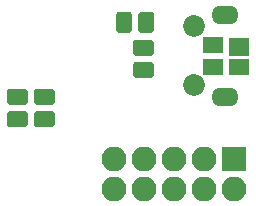
<source format=gbr>
%TF.GenerationSoftware,KiCad,Pcbnew,(5.0.0)*%
%TF.CreationDate,2019-02-19T13:30:11-06:00*%
%TF.ProjectId,USBBreakout,555342427265616B6F75742E6B696361,rev?*%
%TF.SameCoordinates,Original*%
%TF.FileFunction,Soldermask,Bot*%
%TF.FilePolarity,Negative*%
%FSLAX46Y46*%
G04 Gerber Fmt 4.6, Leading zero omitted, Abs format (unit mm)*
G04 Created by KiCad (PCBNEW (5.0.0)) date 02/19/19 13:30:11*
%MOMM*%
%LPD*%
G01*
G04 APERTURE LIST*
%ADD10R,2.100000X2.100000*%
%ADD11O,2.100000X2.100000*%
%ADD12C,0.100000*%
%ADD13C,1.375000*%
%ADD14R,1.800000X1.600000*%
%ADD15R,1.800000X1.400000*%
%ADD16C,1.850000*%
%ADD17O,2.300000X1.600000*%
G04 APERTURE END LIST*
D10*
X160528000Y-95821500D03*
D11*
X160528000Y-98361500D03*
X157988000Y-95821500D03*
X157988000Y-98361500D03*
X155448000Y-95821500D03*
X155448000Y-98361500D03*
X152908000Y-95821500D03*
X152908000Y-98361500D03*
X150368000Y-95821500D03*
X150368000Y-98361500D03*
D12*
G36*
X153434443Y-85737655D02*
X153467812Y-85742605D01*
X153500535Y-85750802D01*
X153532297Y-85762166D01*
X153562793Y-85776590D01*
X153591727Y-85793932D01*
X153618823Y-85814028D01*
X153643818Y-85836682D01*
X153666472Y-85861677D01*
X153686568Y-85888773D01*
X153703910Y-85917707D01*
X153718334Y-85948203D01*
X153729698Y-85979965D01*
X153737895Y-86012688D01*
X153742845Y-86046057D01*
X153744500Y-86079750D01*
X153744500Y-86767250D01*
X153742845Y-86800943D01*
X153737895Y-86834312D01*
X153729698Y-86867035D01*
X153718334Y-86898797D01*
X153703910Y-86929293D01*
X153686568Y-86958227D01*
X153666472Y-86985323D01*
X153643818Y-87010318D01*
X153618823Y-87032972D01*
X153591727Y-87053068D01*
X153562793Y-87070410D01*
X153532297Y-87084834D01*
X153500535Y-87096198D01*
X153467812Y-87104395D01*
X153434443Y-87109345D01*
X153400750Y-87111000D01*
X152288250Y-87111000D01*
X152254557Y-87109345D01*
X152221188Y-87104395D01*
X152188465Y-87096198D01*
X152156703Y-87084834D01*
X152126207Y-87070410D01*
X152097273Y-87053068D01*
X152070177Y-87032972D01*
X152045182Y-87010318D01*
X152022528Y-86985323D01*
X152002432Y-86958227D01*
X151985090Y-86929293D01*
X151970666Y-86898797D01*
X151959302Y-86867035D01*
X151951105Y-86834312D01*
X151946155Y-86800943D01*
X151944500Y-86767250D01*
X151944500Y-86079750D01*
X151946155Y-86046057D01*
X151951105Y-86012688D01*
X151959302Y-85979965D01*
X151970666Y-85948203D01*
X151985090Y-85917707D01*
X152002432Y-85888773D01*
X152022528Y-85861677D01*
X152045182Y-85836682D01*
X152070177Y-85814028D01*
X152097273Y-85793932D01*
X152126207Y-85776590D01*
X152156703Y-85762166D01*
X152188465Y-85750802D01*
X152221188Y-85742605D01*
X152254557Y-85737655D01*
X152288250Y-85736000D01*
X153400750Y-85736000D01*
X153434443Y-85737655D01*
X153434443Y-85737655D01*
G37*
D13*
X152844500Y-86423500D03*
D12*
G36*
X153434443Y-87612655D02*
X153467812Y-87617605D01*
X153500535Y-87625802D01*
X153532297Y-87637166D01*
X153562793Y-87651590D01*
X153591727Y-87668932D01*
X153618823Y-87689028D01*
X153643818Y-87711682D01*
X153666472Y-87736677D01*
X153686568Y-87763773D01*
X153703910Y-87792707D01*
X153718334Y-87823203D01*
X153729698Y-87854965D01*
X153737895Y-87887688D01*
X153742845Y-87921057D01*
X153744500Y-87954750D01*
X153744500Y-88642250D01*
X153742845Y-88675943D01*
X153737895Y-88709312D01*
X153729698Y-88742035D01*
X153718334Y-88773797D01*
X153703910Y-88804293D01*
X153686568Y-88833227D01*
X153666472Y-88860323D01*
X153643818Y-88885318D01*
X153618823Y-88907972D01*
X153591727Y-88928068D01*
X153562793Y-88945410D01*
X153532297Y-88959834D01*
X153500535Y-88971198D01*
X153467812Y-88979395D01*
X153434443Y-88984345D01*
X153400750Y-88986000D01*
X152288250Y-88986000D01*
X152254557Y-88984345D01*
X152221188Y-88979395D01*
X152188465Y-88971198D01*
X152156703Y-88959834D01*
X152126207Y-88945410D01*
X152097273Y-88928068D01*
X152070177Y-88907972D01*
X152045182Y-88885318D01*
X152022528Y-88860323D01*
X152002432Y-88833227D01*
X151985090Y-88804293D01*
X151970666Y-88773797D01*
X151959302Y-88742035D01*
X151951105Y-88709312D01*
X151946155Y-88675943D01*
X151944500Y-88642250D01*
X151944500Y-87954750D01*
X151946155Y-87921057D01*
X151951105Y-87887688D01*
X151959302Y-87854965D01*
X151970666Y-87823203D01*
X151985090Y-87792707D01*
X152002432Y-87763773D01*
X152022528Y-87736677D01*
X152045182Y-87711682D01*
X152070177Y-87689028D01*
X152097273Y-87668932D01*
X152126207Y-87651590D01*
X152156703Y-87637166D01*
X152188465Y-87625802D01*
X152221188Y-87617605D01*
X152254557Y-87612655D01*
X152288250Y-87611000D01*
X153400750Y-87611000D01*
X153434443Y-87612655D01*
X153434443Y-87612655D01*
G37*
D13*
X152844500Y-88298500D03*
D12*
G36*
X151585943Y-83366155D02*
X151619312Y-83371105D01*
X151652035Y-83379302D01*
X151683797Y-83390666D01*
X151714293Y-83405090D01*
X151743227Y-83422432D01*
X151770323Y-83442528D01*
X151795318Y-83465182D01*
X151817972Y-83490177D01*
X151838068Y-83517273D01*
X151855410Y-83546207D01*
X151869834Y-83576703D01*
X151881198Y-83608465D01*
X151889395Y-83641188D01*
X151894345Y-83674557D01*
X151896000Y-83708250D01*
X151896000Y-84820750D01*
X151894345Y-84854443D01*
X151889395Y-84887812D01*
X151881198Y-84920535D01*
X151869834Y-84952297D01*
X151855410Y-84982793D01*
X151838068Y-85011727D01*
X151817972Y-85038823D01*
X151795318Y-85063818D01*
X151770323Y-85086472D01*
X151743227Y-85106568D01*
X151714293Y-85123910D01*
X151683797Y-85138334D01*
X151652035Y-85149698D01*
X151619312Y-85157895D01*
X151585943Y-85162845D01*
X151552250Y-85164500D01*
X150864750Y-85164500D01*
X150831057Y-85162845D01*
X150797688Y-85157895D01*
X150764965Y-85149698D01*
X150733203Y-85138334D01*
X150702707Y-85123910D01*
X150673773Y-85106568D01*
X150646677Y-85086472D01*
X150621682Y-85063818D01*
X150599028Y-85038823D01*
X150578932Y-85011727D01*
X150561590Y-84982793D01*
X150547166Y-84952297D01*
X150535802Y-84920535D01*
X150527605Y-84887812D01*
X150522655Y-84854443D01*
X150521000Y-84820750D01*
X150521000Y-83708250D01*
X150522655Y-83674557D01*
X150527605Y-83641188D01*
X150535802Y-83608465D01*
X150547166Y-83576703D01*
X150561590Y-83546207D01*
X150578932Y-83517273D01*
X150599028Y-83490177D01*
X150621682Y-83465182D01*
X150646677Y-83442528D01*
X150673773Y-83422432D01*
X150702707Y-83405090D01*
X150733203Y-83390666D01*
X150764965Y-83379302D01*
X150797688Y-83371105D01*
X150831057Y-83366155D01*
X150864750Y-83364500D01*
X151552250Y-83364500D01*
X151585943Y-83366155D01*
X151585943Y-83366155D01*
G37*
D13*
X151208500Y-84264500D03*
D12*
G36*
X153460943Y-83366155D02*
X153494312Y-83371105D01*
X153527035Y-83379302D01*
X153558797Y-83390666D01*
X153589293Y-83405090D01*
X153618227Y-83422432D01*
X153645323Y-83442528D01*
X153670318Y-83465182D01*
X153692972Y-83490177D01*
X153713068Y-83517273D01*
X153730410Y-83546207D01*
X153744834Y-83576703D01*
X153756198Y-83608465D01*
X153764395Y-83641188D01*
X153769345Y-83674557D01*
X153771000Y-83708250D01*
X153771000Y-84820750D01*
X153769345Y-84854443D01*
X153764395Y-84887812D01*
X153756198Y-84920535D01*
X153744834Y-84952297D01*
X153730410Y-84982793D01*
X153713068Y-85011727D01*
X153692972Y-85038823D01*
X153670318Y-85063818D01*
X153645323Y-85086472D01*
X153618227Y-85106568D01*
X153589293Y-85123910D01*
X153558797Y-85138334D01*
X153527035Y-85149698D01*
X153494312Y-85157895D01*
X153460943Y-85162845D01*
X153427250Y-85164500D01*
X152739750Y-85164500D01*
X152706057Y-85162845D01*
X152672688Y-85157895D01*
X152639965Y-85149698D01*
X152608203Y-85138334D01*
X152577707Y-85123910D01*
X152548773Y-85106568D01*
X152521677Y-85086472D01*
X152496682Y-85063818D01*
X152474028Y-85038823D01*
X152453932Y-85011727D01*
X152436590Y-84982793D01*
X152422166Y-84952297D01*
X152410802Y-84920535D01*
X152402605Y-84887812D01*
X152397655Y-84854443D01*
X152396000Y-84820750D01*
X152396000Y-83708250D01*
X152397655Y-83674557D01*
X152402605Y-83641188D01*
X152410802Y-83608465D01*
X152422166Y-83576703D01*
X152436590Y-83546207D01*
X152453932Y-83517273D01*
X152474028Y-83490177D01*
X152496682Y-83465182D01*
X152521677Y-83442528D01*
X152548773Y-83422432D01*
X152577707Y-83405090D01*
X152608203Y-83390666D01*
X152639965Y-83379302D01*
X152672688Y-83371105D01*
X152706057Y-83366155D01*
X152739750Y-83364500D01*
X153427250Y-83364500D01*
X153460943Y-83366155D01*
X153460943Y-83366155D01*
G37*
D13*
X153083500Y-84264500D03*
D14*
X160950000Y-86349500D03*
D15*
X160950000Y-88069500D03*
X158750000Y-88069500D03*
X158750000Y-86169500D03*
D16*
X157097000Y-89622000D03*
X157097000Y-84622000D03*
D17*
X159797000Y-90622000D03*
X159797000Y-83622000D03*
D12*
G36*
X145052443Y-89895155D02*
X145085812Y-89900105D01*
X145118535Y-89908302D01*
X145150297Y-89919666D01*
X145180793Y-89934090D01*
X145209727Y-89951432D01*
X145236823Y-89971528D01*
X145261818Y-89994182D01*
X145284472Y-90019177D01*
X145304568Y-90046273D01*
X145321910Y-90075207D01*
X145336334Y-90105703D01*
X145347698Y-90137465D01*
X145355895Y-90170188D01*
X145360845Y-90203557D01*
X145362500Y-90237250D01*
X145362500Y-90924750D01*
X145360845Y-90958443D01*
X145355895Y-90991812D01*
X145347698Y-91024535D01*
X145336334Y-91056297D01*
X145321910Y-91086793D01*
X145304568Y-91115727D01*
X145284472Y-91142823D01*
X145261818Y-91167818D01*
X145236823Y-91190472D01*
X145209727Y-91210568D01*
X145180793Y-91227910D01*
X145150297Y-91242334D01*
X145118535Y-91253698D01*
X145085812Y-91261895D01*
X145052443Y-91266845D01*
X145018750Y-91268500D01*
X143906250Y-91268500D01*
X143872557Y-91266845D01*
X143839188Y-91261895D01*
X143806465Y-91253698D01*
X143774703Y-91242334D01*
X143744207Y-91227910D01*
X143715273Y-91210568D01*
X143688177Y-91190472D01*
X143663182Y-91167818D01*
X143640528Y-91142823D01*
X143620432Y-91115727D01*
X143603090Y-91086793D01*
X143588666Y-91056297D01*
X143577302Y-91024535D01*
X143569105Y-90991812D01*
X143564155Y-90958443D01*
X143562500Y-90924750D01*
X143562500Y-90237250D01*
X143564155Y-90203557D01*
X143569105Y-90170188D01*
X143577302Y-90137465D01*
X143588666Y-90105703D01*
X143603090Y-90075207D01*
X143620432Y-90046273D01*
X143640528Y-90019177D01*
X143663182Y-89994182D01*
X143688177Y-89971528D01*
X143715273Y-89951432D01*
X143744207Y-89934090D01*
X143774703Y-89919666D01*
X143806465Y-89908302D01*
X143839188Y-89900105D01*
X143872557Y-89895155D01*
X143906250Y-89893500D01*
X145018750Y-89893500D01*
X145052443Y-89895155D01*
X145052443Y-89895155D01*
G37*
D13*
X144462500Y-90581000D03*
D12*
G36*
X145052443Y-91770155D02*
X145085812Y-91775105D01*
X145118535Y-91783302D01*
X145150297Y-91794666D01*
X145180793Y-91809090D01*
X145209727Y-91826432D01*
X145236823Y-91846528D01*
X145261818Y-91869182D01*
X145284472Y-91894177D01*
X145304568Y-91921273D01*
X145321910Y-91950207D01*
X145336334Y-91980703D01*
X145347698Y-92012465D01*
X145355895Y-92045188D01*
X145360845Y-92078557D01*
X145362500Y-92112250D01*
X145362500Y-92799750D01*
X145360845Y-92833443D01*
X145355895Y-92866812D01*
X145347698Y-92899535D01*
X145336334Y-92931297D01*
X145321910Y-92961793D01*
X145304568Y-92990727D01*
X145284472Y-93017823D01*
X145261818Y-93042818D01*
X145236823Y-93065472D01*
X145209727Y-93085568D01*
X145180793Y-93102910D01*
X145150297Y-93117334D01*
X145118535Y-93128698D01*
X145085812Y-93136895D01*
X145052443Y-93141845D01*
X145018750Y-93143500D01*
X143906250Y-93143500D01*
X143872557Y-93141845D01*
X143839188Y-93136895D01*
X143806465Y-93128698D01*
X143774703Y-93117334D01*
X143744207Y-93102910D01*
X143715273Y-93085568D01*
X143688177Y-93065472D01*
X143663182Y-93042818D01*
X143640528Y-93017823D01*
X143620432Y-92990727D01*
X143603090Y-92961793D01*
X143588666Y-92931297D01*
X143577302Y-92899535D01*
X143569105Y-92866812D01*
X143564155Y-92833443D01*
X143562500Y-92799750D01*
X143562500Y-92112250D01*
X143564155Y-92078557D01*
X143569105Y-92045188D01*
X143577302Y-92012465D01*
X143588666Y-91980703D01*
X143603090Y-91950207D01*
X143620432Y-91921273D01*
X143640528Y-91894177D01*
X143663182Y-91869182D01*
X143688177Y-91846528D01*
X143715273Y-91826432D01*
X143744207Y-91809090D01*
X143774703Y-91794666D01*
X143806465Y-91783302D01*
X143839188Y-91775105D01*
X143872557Y-91770155D01*
X143906250Y-91768500D01*
X145018750Y-91768500D01*
X145052443Y-91770155D01*
X145052443Y-91770155D01*
G37*
D13*
X144462500Y-92456000D03*
D12*
G36*
X142766443Y-91770155D02*
X142799812Y-91775105D01*
X142832535Y-91783302D01*
X142864297Y-91794666D01*
X142894793Y-91809090D01*
X142923727Y-91826432D01*
X142950823Y-91846528D01*
X142975818Y-91869182D01*
X142998472Y-91894177D01*
X143018568Y-91921273D01*
X143035910Y-91950207D01*
X143050334Y-91980703D01*
X143061698Y-92012465D01*
X143069895Y-92045188D01*
X143074845Y-92078557D01*
X143076500Y-92112250D01*
X143076500Y-92799750D01*
X143074845Y-92833443D01*
X143069895Y-92866812D01*
X143061698Y-92899535D01*
X143050334Y-92931297D01*
X143035910Y-92961793D01*
X143018568Y-92990727D01*
X142998472Y-93017823D01*
X142975818Y-93042818D01*
X142950823Y-93065472D01*
X142923727Y-93085568D01*
X142894793Y-93102910D01*
X142864297Y-93117334D01*
X142832535Y-93128698D01*
X142799812Y-93136895D01*
X142766443Y-93141845D01*
X142732750Y-93143500D01*
X141620250Y-93143500D01*
X141586557Y-93141845D01*
X141553188Y-93136895D01*
X141520465Y-93128698D01*
X141488703Y-93117334D01*
X141458207Y-93102910D01*
X141429273Y-93085568D01*
X141402177Y-93065472D01*
X141377182Y-93042818D01*
X141354528Y-93017823D01*
X141334432Y-92990727D01*
X141317090Y-92961793D01*
X141302666Y-92931297D01*
X141291302Y-92899535D01*
X141283105Y-92866812D01*
X141278155Y-92833443D01*
X141276500Y-92799750D01*
X141276500Y-92112250D01*
X141278155Y-92078557D01*
X141283105Y-92045188D01*
X141291302Y-92012465D01*
X141302666Y-91980703D01*
X141317090Y-91950207D01*
X141334432Y-91921273D01*
X141354528Y-91894177D01*
X141377182Y-91869182D01*
X141402177Y-91846528D01*
X141429273Y-91826432D01*
X141458207Y-91809090D01*
X141488703Y-91794666D01*
X141520465Y-91783302D01*
X141553188Y-91775105D01*
X141586557Y-91770155D01*
X141620250Y-91768500D01*
X142732750Y-91768500D01*
X142766443Y-91770155D01*
X142766443Y-91770155D01*
G37*
D13*
X142176500Y-92456000D03*
D12*
G36*
X142766443Y-89895155D02*
X142799812Y-89900105D01*
X142832535Y-89908302D01*
X142864297Y-89919666D01*
X142894793Y-89934090D01*
X142923727Y-89951432D01*
X142950823Y-89971528D01*
X142975818Y-89994182D01*
X142998472Y-90019177D01*
X143018568Y-90046273D01*
X143035910Y-90075207D01*
X143050334Y-90105703D01*
X143061698Y-90137465D01*
X143069895Y-90170188D01*
X143074845Y-90203557D01*
X143076500Y-90237250D01*
X143076500Y-90924750D01*
X143074845Y-90958443D01*
X143069895Y-90991812D01*
X143061698Y-91024535D01*
X143050334Y-91056297D01*
X143035910Y-91086793D01*
X143018568Y-91115727D01*
X142998472Y-91142823D01*
X142975818Y-91167818D01*
X142950823Y-91190472D01*
X142923727Y-91210568D01*
X142894793Y-91227910D01*
X142864297Y-91242334D01*
X142832535Y-91253698D01*
X142799812Y-91261895D01*
X142766443Y-91266845D01*
X142732750Y-91268500D01*
X141620250Y-91268500D01*
X141586557Y-91266845D01*
X141553188Y-91261895D01*
X141520465Y-91253698D01*
X141488703Y-91242334D01*
X141458207Y-91227910D01*
X141429273Y-91210568D01*
X141402177Y-91190472D01*
X141377182Y-91167818D01*
X141354528Y-91142823D01*
X141334432Y-91115727D01*
X141317090Y-91086793D01*
X141302666Y-91056297D01*
X141291302Y-91024535D01*
X141283105Y-90991812D01*
X141278155Y-90958443D01*
X141276500Y-90924750D01*
X141276500Y-90237250D01*
X141278155Y-90203557D01*
X141283105Y-90170188D01*
X141291302Y-90137465D01*
X141302666Y-90105703D01*
X141317090Y-90075207D01*
X141334432Y-90046273D01*
X141354528Y-90019177D01*
X141377182Y-89994182D01*
X141402177Y-89971528D01*
X141429273Y-89951432D01*
X141458207Y-89934090D01*
X141488703Y-89919666D01*
X141520465Y-89908302D01*
X141553188Y-89900105D01*
X141586557Y-89895155D01*
X141620250Y-89893500D01*
X142732750Y-89893500D01*
X142766443Y-89895155D01*
X142766443Y-89895155D01*
G37*
D13*
X142176500Y-90581000D03*
M02*

</source>
